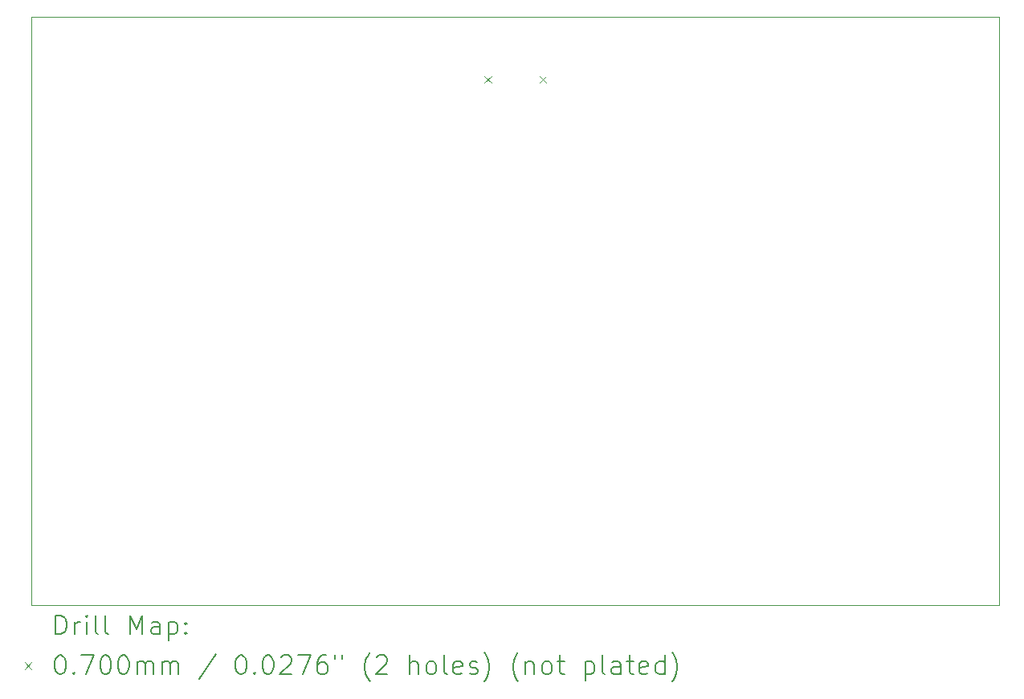
<source format=gbr>
%FSLAX45Y45*%
G04 Gerber Fmt 4.5, Leading zero omitted, Abs format (unit mm)*
G04 Created by KiCad (PCBNEW (6.0.1)) date 2022-03-17 16:15:55*
%MOMM*%
%LPD*%
G01*
G04 APERTURE LIST*
%TA.AperFunction,Profile*%
%ADD10C,0.050000*%
%TD*%
%ADD11C,0.200000*%
%ADD12C,0.070000*%
G04 APERTURE END LIST*
D10*
X19724250Y-6477000D02*
X19724250Y-12677750D01*
X9523850Y-6477000D02*
X9523850Y-12677750D01*
X9523850Y-12677750D02*
X19724250Y-12677750D01*
X19724250Y-6477000D02*
X9523850Y-6477000D01*
D11*
D12*
X14300000Y-7101200D02*
X14370000Y-7171200D01*
X14370000Y-7101200D02*
X14300000Y-7171200D01*
X14878000Y-7101200D02*
X14948000Y-7171200D01*
X14948000Y-7101200D02*
X14878000Y-7171200D01*
D11*
X9778969Y-12990726D02*
X9778969Y-12790726D01*
X9826588Y-12790726D01*
X9855160Y-12800250D01*
X9874207Y-12819298D01*
X9883731Y-12838345D01*
X9893255Y-12876440D01*
X9893255Y-12905012D01*
X9883731Y-12943107D01*
X9874207Y-12962155D01*
X9855160Y-12981202D01*
X9826588Y-12990726D01*
X9778969Y-12990726D01*
X9978969Y-12990726D02*
X9978969Y-12857393D01*
X9978969Y-12895488D02*
X9988493Y-12876440D01*
X9998017Y-12866917D01*
X10017064Y-12857393D01*
X10036112Y-12857393D01*
X10102779Y-12990726D02*
X10102779Y-12857393D01*
X10102779Y-12790726D02*
X10093255Y-12800250D01*
X10102779Y-12809774D01*
X10112302Y-12800250D01*
X10102779Y-12790726D01*
X10102779Y-12809774D01*
X10226588Y-12990726D02*
X10207540Y-12981202D01*
X10198017Y-12962155D01*
X10198017Y-12790726D01*
X10331350Y-12990726D02*
X10312302Y-12981202D01*
X10302779Y-12962155D01*
X10302779Y-12790726D01*
X10559921Y-12990726D02*
X10559921Y-12790726D01*
X10626588Y-12933583D01*
X10693255Y-12790726D01*
X10693255Y-12990726D01*
X10874207Y-12990726D02*
X10874207Y-12885964D01*
X10864683Y-12866917D01*
X10845636Y-12857393D01*
X10807540Y-12857393D01*
X10788493Y-12866917D01*
X10874207Y-12981202D02*
X10855160Y-12990726D01*
X10807540Y-12990726D01*
X10788493Y-12981202D01*
X10778969Y-12962155D01*
X10778969Y-12943107D01*
X10788493Y-12924059D01*
X10807540Y-12914536D01*
X10855160Y-12914536D01*
X10874207Y-12905012D01*
X10969445Y-12857393D02*
X10969445Y-13057393D01*
X10969445Y-12866917D02*
X10988493Y-12857393D01*
X11026588Y-12857393D01*
X11045636Y-12866917D01*
X11055160Y-12876440D01*
X11064683Y-12895488D01*
X11064683Y-12952631D01*
X11055160Y-12971678D01*
X11045636Y-12981202D01*
X11026588Y-12990726D01*
X10988493Y-12990726D01*
X10969445Y-12981202D01*
X11150398Y-12971678D02*
X11159921Y-12981202D01*
X11150398Y-12990726D01*
X11140874Y-12981202D01*
X11150398Y-12971678D01*
X11150398Y-12990726D01*
X11150398Y-12866917D02*
X11159921Y-12876440D01*
X11150398Y-12885964D01*
X11140874Y-12876440D01*
X11150398Y-12866917D01*
X11150398Y-12885964D01*
D12*
X9451350Y-13285250D02*
X9521350Y-13355250D01*
X9521350Y-13285250D02*
X9451350Y-13355250D01*
D11*
X9817064Y-13210726D02*
X9836112Y-13210726D01*
X9855160Y-13220250D01*
X9864683Y-13229774D01*
X9874207Y-13248821D01*
X9883731Y-13286917D01*
X9883731Y-13334536D01*
X9874207Y-13372631D01*
X9864683Y-13391678D01*
X9855160Y-13401202D01*
X9836112Y-13410726D01*
X9817064Y-13410726D01*
X9798017Y-13401202D01*
X9788493Y-13391678D01*
X9778969Y-13372631D01*
X9769445Y-13334536D01*
X9769445Y-13286917D01*
X9778969Y-13248821D01*
X9788493Y-13229774D01*
X9798017Y-13220250D01*
X9817064Y-13210726D01*
X9969445Y-13391678D02*
X9978969Y-13401202D01*
X9969445Y-13410726D01*
X9959921Y-13401202D01*
X9969445Y-13391678D01*
X9969445Y-13410726D01*
X10045636Y-13210726D02*
X10178969Y-13210726D01*
X10093255Y-13410726D01*
X10293255Y-13210726D02*
X10312302Y-13210726D01*
X10331350Y-13220250D01*
X10340874Y-13229774D01*
X10350398Y-13248821D01*
X10359921Y-13286917D01*
X10359921Y-13334536D01*
X10350398Y-13372631D01*
X10340874Y-13391678D01*
X10331350Y-13401202D01*
X10312302Y-13410726D01*
X10293255Y-13410726D01*
X10274207Y-13401202D01*
X10264683Y-13391678D01*
X10255160Y-13372631D01*
X10245636Y-13334536D01*
X10245636Y-13286917D01*
X10255160Y-13248821D01*
X10264683Y-13229774D01*
X10274207Y-13220250D01*
X10293255Y-13210726D01*
X10483731Y-13210726D02*
X10502779Y-13210726D01*
X10521826Y-13220250D01*
X10531350Y-13229774D01*
X10540874Y-13248821D01*
X10550398Y-13286917D01*
X10550398Y-13334536D01*
X10540874Y-13372631D01*
X10531350Y-13391678D01*
X10521826Y-13401202D01*
X10502779Y-13410726D01*
X10483731Y-13410726D01*
X10464683Y-13401202D01*
X10455160Y-13391678D01*
X10445636Y-13372631D01*
X10436112Y-13334536D01*
X10436112Y-13286917D01*
X10445636Y-13248821D01*
X10455160Y-13229774D01*
X10464683Y-13220250D01*
X10483731Y-13210726D01*
X10636112Y-13410726D02*
X10636112Y-13277393D01*
X10636112Y-13296440D02*
X10645636Y-13286917D01*
X10664683Y-13277393D01*
X10693255Y-13277393D01*
X10712302Y-13286917D01*
X10721826Y-13305964D01*
X10721826Y-13410726D01*
X10721826Y-13305964D02*
X10731350Y-13286917D01*
X10750398Y-13277393D01*
X10778969Y-13277393D01*
X10798017Y-13286917D01*
X10807540Y-13305964D01*
X10807540Y-13410726D01*
X10902779Y-13410726D02*
X10902779Y-13277393D01*
X10902779Y-13296440D02*
X10912302Y-13286917D01*
X10931350Y-13277393D01*
X10959921Y-13277393D01*
X10978969Y-13286917D01*
X10988493Y-13305964D01*
X10988493Y-13410726D01*
X10988493Y-13305964D02*
X10998017Y-13286917D01*
X11017064Y-13277393D01*
X11045636Y-13277393D01*
X11064683Y-13286917D01*
X11074207Y-13305964D01*
X11074207Y-13410726D01*
X11464683Y-13201202D02*
X11293255Y-13458345D01*
X11721826Y-13210726D02*
X11740874Y-13210726D01*
X11759921Y-13220250D01*
X11769445Y-13229774D01*
X11778969Y-13248821D01*
X11788493Y-13286917D01*
X11788493Y-13334536D01*
X11778969Y-13372631D01*
X11769445Y-13391678D01*
X11759921Y-13401202D01*
X11740874Y-13410726D01*
X11721826Y-13410726D01*
X11702778Y-13401202D01*
X11693255Y-13391678D01*
X11683731Y-13372631D01*
X11674207Y-13334536D01*
X11674207Y-13286917D01*
X11683731Y-13248821D01*
X11693255Y-13229774D01*
X11702778Y-13220250D01*
X11721826Y-13210726D01*
X11874207Y-13391678D02*
X11883731Y-13401202D01*
X11874207Y-13410726D01*
X11864683Y-13401202D01*
X11874207Y-13391678D01*
X11874207Y-13410726D01*
X12007540Y-13210726D02*
X12026588Y-13210726D01*
X12045636Y-13220250D01*
X12055159Y-13229774D01*
X12064683Y-13248821D01*
X12074207Y-13286917D01*
X12074207Y-13334536D01*
X12064683Y-13372631D01*
X12055159Y-13391678D01*
X12045636Y-13401202D01*
X12026588Y-13410726D01*
X12007540Y-13410726D01*
X11988493Y-13401202D01*
X11978969Y-13391678D01*
X11969445Y-13372631D01*
X11959921Y-13334536D01*
X11959921Y-13286917D01*
X11969445Y-13248821D01*
X11978969Y-13229774D01*
X11988493Y-13220250D01*
X12007540Y-13210726D01*
X12150398Y-13229774D02*
X12159921Y-13220250D01*
X12178969Y-13210726D01*
X12226588Y-13210726D01*
X12245636Y-13220250D01*
X12255159Y-13229774D01*
X12264683Y-13248821D01*
X12264683Y-13267869D01*
X12255159Y-13296440D01*
X12140874Y-13410726D01*
X12264683Y-13410726D01*
X12331350Y-13210726D02*
X12464683Y-13210726D01*
X12378969Y-13410726D01*
X12626588Y-13210726D02*
X12588493Y-13210726D01*
X12569445Y-13220250D01*
X12559921Y-13229774D01*
X12540874Y-13258345D01*
X12531350Y-13296440D01*
X12531350Y-13372631D01*
X12540874Y-13391678D01*
X12550398Y-13401202D01*
X12569445Y-13410726D01*
X12607540Y-13410726D01*
X12626588Y-13401202D01*
X12636112Y-13391678D01*
X12645636Y-13372631D01*
X12645636Y-13325012D01*
X12636112Y-13305964D01*
X12626588Y-13296440D01*
X12607540Y-13286917D01*
X12569445Y-13286917D01*
X12550398Y-13296440D01*
X12540874Y-13305964D01*
X12531350Y-13325012D01*
X12721826Y-13210726D02*
X12721826Y-13248821D01*
X12798017Y-13210726D02*
X12798017Y-13248821D01*
X13093255Y-13486917D02*
X13083731Y-13477393D01*
X13064683Y-13448821D01*
X13055159Y-13429774D01*
X13045636Y-13401202D01*
X13036112Y-13353583D01*
X13036112Y-13315488D01*
X13045636Y-13267869D01*
X13055159Y-13239298D01*
X13064683Y-13220250D01*
X13083731Y-13191678D01*
X13093255Y-13182155D01*
X13159921Y-13229774D02*
X13169445Y-13220250D01*
X13188493Y-13210726D01*
X13236112Y-13210726D01*
X13255159Y-13220250D01*
X13264683Y-13229774D01*
X13274207Y-13248821D01*
X13274207Y-13267869D01*
X13264683Y-13296440D01*
X13150398Y-13410726D01*
X13274207Y-13410726D01*
X13512302Y-13410726D02*
X13512302Y-13210726D01*
X13598017Y-13410726D02*
X13598017Y-13305964D01*
X13588493Y-13286917D01*
X13569445Y-13277393D01*
X13540874Y-13277393D01*
X13521826Y-13286917D01*
X13512302Y-13296440D01*
X13721826Y-13410726D02*
X13702778Y-13401202D01*
X13693255Y-13391678D01*
X13683731Y-13372631D01*
X13683731Y-13315488D01*
X13693255Y-13296440D01*
X13702778Y-13286917D01*
X13721826Y-13277393D01*
X13750398Y-13277393D01*
X13769445Y-13286917D01*
X13778969Y-13296440D01*
X13788493Y-13315488D01*
X13788493Y-13372631D01*
X13778969Y-13391678D01*
X13769445Y-13401202D01*
X13750398Y-13410726D01*
X13721826Y-13410726D01*
X13902778Y-13410726D02*
X13883731Y-13401202D01*
X13874207Y-13382155D01*
X13874207Y-13210726D01*
X14055159Y-13401202D02*
X14036112Y-13410726D01*
X13998017Y-13410726D01*
X13978969Y-13401202D01*
X13969445Y-13382155D01*
X13969445Y-13305964D01*
X13978969Y-13286917D01*
X13998017Y-13277393D01*
X14036112Y-13277393D01*
X14055159Y-13286917D01*
X14064683Y-13305964D01*
X14064683Y-13325012D01*
X13969445Y-13344059D01*
X14140874Y-13401202D02*
X14159921Y-13410726D01*
X14198017Y-13410726D01*
X14217064Y-13401202D01*
X14226588Y-13382155D01*
X14226588Y-13372631D01*
X14217064Y-13353583D01*
X14198017Y-13344059D01*
X14169445Y-13344059D01*
X14150398Y-13334536D01*
X14140874Y-13315488D01*
X14140874Y-13305964D01*
X14150398Y-13286917D01*
X14169445Y-13277393D01*
X14198017Y-13277393D01*
X14217064Y-13286917D01*
X14293255Y-13486917D02*
X14302778Y-13477393D01*
X14321826Y-13448821D01*
X14331350Y-13429774D01*
X14340874Y-13401202D01*
X14350398Y-13353583D01*
X14350398Y-13315488D01*
X14340874Y-13267869D01*
X14331350Y-13239298D01*
X14321826Y-13220250D01*
X14302778Y-13191678D01*
X14293255Y-13182155D01*
X14655159Y-13486917D02*
X14645636Y-13477393D01*
X14626588Y-13448821D01*
X14617064Y-13429774D01*
X14607540Y-13401202D01*
X14598017Y-13353583D01*
X14598017Y-13315488D01*
X14607540Y-13267869D01*
X14617064Y-13239298D01*
X14626588Y-13220250D01*
X14645636Y-13191678D01*
X14655159Y-13182155D01*
X14731350Y-13277393D02*
X14731350Y-13410726D01*
X14731350Y-13296440D02*
X14740874Y-13286917D01*
X14759921Y-13277393D01*
X14788493Y-13277393D01*
X14807540Y-13286917D01*
X14817064Y-13305964D01*
X14817064Y-13410726D01*
X14940874Y-13410726D02*
X14921826Y-13401202D01*
X14912302Y-13391678D01*
X14902778Y-13372631D01*
X14902778Y-13315488D01*
X14912302Y-13296440D01*
X14921826Y-13286917D01*
X14940874Y-13277393D01*
X14969445Y-13277393D01*
X14988493Y-13286917D01*
X14998017Y-13296440D01*
X15007540Y-13315488D01*
X15007540Y-13372631D01*
X14998017Y-13391678D01*
X14988493Y-13401202D01*
X14969445Y-13410726D01*
X14940874Y-13410726D01*
X15064683Y-13277393D02*
X15140874Y-13277393D01*
X15093255Y-13210726D02*
X15093255Y-13382155D01*
X15102778Y-13401202D01*
X15121826Y-13410726D01*
X15140874Y-13410726D01*
X15359921Y-13277393D02*
X15359921Y-13477393D01*
X15359921Y-13286917D02*
X15378969Y-13277393D01*
X15417064Y-13277393D01*
X15436112Y-13286917D01*
X15445636Y-13296440D01*
X15455159Y-13315488D01*
X15455159Y-13372631D01*
X15445636Y-13391678D01*
X15436112Y-13401202D01*
X15417064Y-13410726D01*
X15378969Y-13410726D01*
X15359921Y-13401202D01*
X15569445Y-13410726D02*
X15550398Y-13401202D01*
X15540874Y-13382155D01*
X15540874Y-13210726D01*
X15731350Y-13410726D02*
X15731350Y-13305964D01*
X15721826Y-13286917D01*
X15702778Y-13277393D01*
X15664683Y-13277393D01*
X15645636Y-13286917D01*
X15731350Y-13401202D02*
X15712302Y-13410726D01*
X15664683Y-13410726D01*
X15645636Y-13401202D01*
X15636112Y-13382155D01*
X15636112Y-13363107D01*
X15645636Y-13344059D01*
X15664683Y-13334536D01*
X15712302Y-13334536D01*
X15731350Y-13325012D01*
X15798017Y-13277393D02*
X15874207Y-13277393D01*
X15826588Y-13210726D02*
X15826588Y-13382155D01*
X15836112Y-13401202D01*
X15855159Y-13410726D01*
X15874207Y-13410726D01*
X16017064Y-13401202D02*
X15998017Y-13410726D01*
X15959921Y-13410726D01*
X15940874Y-13401202D01*
X15931350Y-13382155D01*
X15931350Y-13305964D01*
X15940874Y-13286917D01*
X15959921Y-13277393D01*
X15998017Y-13277393D01*
X16017064Y-13286917D01*
X16026588Y-13305964D01*
X16026588Y-13325012D01*
X15931350Y-13344059D01*
X16198017Y-13410726D02*
X16198017Y-13210726D01*
X16198017Y-13401202D02*
X16178969Y-13410726D01*
X16140874Y-13410726D01*
X16121826Y-13401202D01*
X16112302Y-13391678D01*
X16102778Y-13372631D01*
X16102778Y-13315488D01*
X16112302Y-13296440D01*
X16121826Y-13286917D01*
X16140874Y-13277393D01*
X16178969Y-13277393D01*
X16198017Y-13286917D01*
X16274207Y-13486917D02*
X16283731Y-13477393D01*
X16302778Y-13448821D01*
X16312302Y-13429774D01*
X16321826Y-13401202D01*
X16331350Y-13353583D01*
X16331350Y-13315488D01*
X16321826Y-13267869D01*
X16312302Y-13239298D01*
X16302778Y-13220250D01*
X16283731Y-13191678D01*
X16274207Y-13182155D01*
M02*

</source>
